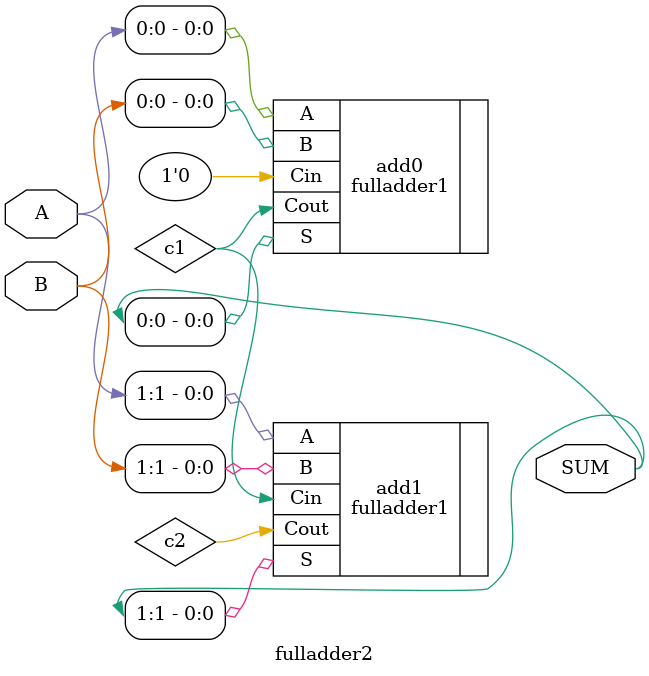
<source format=v>

module fulladder2(A, B, SUM);

    input [1:0]A, B;
    output [1:0]SUM;
    wire c1, c2;
    
    fulladder1 add0(.A(A[0]), .B(B[0]), .Cin(1'b0), .S(SUM[0]), .Cout(c1));
    fulladder1 add1(.A(A[1]), .B(B[1]), .Cin(c1), .S(SUM[1]), .Cout(c2));
            
endmodule
</source>
